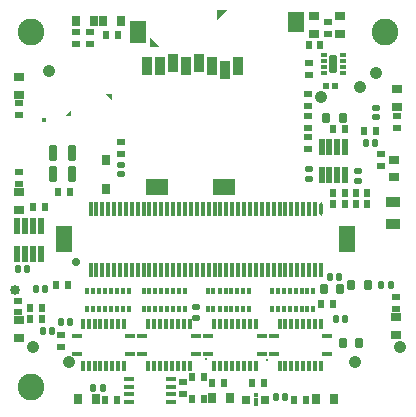
<source format=gbs>
G04 Layer_Color=16711935*
%FSLAX42Y42*%
%MOMM*%
G71*
G01*
G75*
G04:AMPARAMS|DCode=23|XSize=0.61mm|YSize=0.91mm|CornerRadius=0.15mm|HoleSize=0mm|Usage=FLASHONLY|Rotation=180.000|XOffset=0mm|YOffset=0mm|HoleType=Round|Shape=RoundedRectangle|*
%AMROUNDEDRECTD23*
21,1,0.61,0.61,0,0,180.0*
21,1,0.30,0.91,0,0,180.0*
1,1,0.30,-0.15,0.30*
1,1,0.30,0.15,0.30*
1,1,0.30,0.15,-0.30*
1,1,0.30,-0.15,-0.30*
%
%ADD23ROUNDEDRECTD23*%
G04:AMPARAMS|DCode=25|XSize=0.51mm|YSize=0.61mm|CornerRadius=0.13mm|HoleSize=0mm|Usage=FLASHONLY|Rotation=90.000|XOffset=0mm|YOffset=0mm|HoleType=Round|Shape=RoundedRectangle|*
%AMROUNDEDRECTD25*
21,1,0.51,0.36,0,0,90.0*
21,1,0.25,0.61,0,0,90.0*
1,1,0.25,0.18,0.13*
1,1,0.25,0.18,-0.13*
1,1,0.25,-0.18,-0.13*
1,1,0.25,-0.18,0.13*
%
%ADD25ROUNDEDRECTD25*%
G04:AMPARAMS|DCode=26|XSize=0.51mm|YSize=0.61mm|CornerRadius=0.13mm|HoleSize=0mm|Usage=FLASHONLY|Rotation=0.000|XOffset=0mm|YOffset=0mm|HoleType=Round|Shape=RoundedRectangle|*
%AMROUNDEDRECTD26*
21,1,0.51,0.36,0,0,0.0*
21,1,0.25,0.61,0,0,0.0*
1,1,0.25,0.13,-0.18*
1,1,0.25,-0.13,-0.18*
1,1,0.25,-0.13,0.18*
1,1,0.25,0.13,0.18*
%
%ADD26ROUNDEDRECTD26*%
G04:AMPARAMS|DCode=38|XSize=0.71mm|YSize=1.32mm|CornerRadius=0.18mm|HoleSize=0mm|Usage=FLASHONLY|Rotation=0.000|XOffset=0mm|YOffset=0mm|HoleType=Round|Shape=RoundedRectangle|*
%AMROUNDEDRECTD38*
21,1,0.71,0.97,0,0,0.0*
21,1,0.36,1.32,0,0,0.0*
1,1,0.36,0.18,-0.48*
1,1,0.36,-0.18,-0.48*
1,1,0.36,-0.18,0.48*
1,1,0.36,0.18,0.48*
%
%ADD38ROUNDEDRECTD38*%
%ADD65R,0.46X0.46*%
%ADD106R,0.56X0.66*%
%ADD107R,0.66X0.56*%
%ADD112R,0.66X0.66*%
%ADD114R,0.46X0.46*%
%ADD124R,0.43X0.56*%
%ADD125R,0.30X0.56*%
%ADD134R,0.56X0.36*%
G04:AMPARAMS|DCode=135|XSize=0.56mm|YSize=0.36mm|CornerRadius=0.09mm|HoleSize=0mm|Usage=FLASHONLY|Rotation=0.000|XOffset=0mm|YOffset=0mm|HoleType=Round|Shape=RoundedRectangle|*
%AMROUNDEDRECTD135*
21,1,0.56,0.18,0,0,0.0*
21,1,0.39,0.36,0,0,0.0*
1,1,0.17,0.19,-0.09*
1,1,0.17,-0.19,-0.09*
1,1,0.17,-0.19,0.09*
1,1,0.17,0.19,0.09*
%
%ADD135ROUNDEDRECTD135*%
G04:AMPARAMS|DCode=136|XSize=0.76mm|YSize=1.47mm|CornerRadius=0.17mm|HoleSize=0mm|Usage=FLASHONLY|Rotation=0.000|XOffset=0mm|YOffset=0mm|HoleType=Round|Shape=RoundedRectangle|*
%AMROUNDEDRECTD136*
21,1,0.76,1.14,0,0,0.0*
21,1,0.43,1.47,0,0,0.0*
1,1,0.34,0.21,-0.57*
1,1,0.34,-0.21,-0.57*
1,1,0.34,-0.21,0.57*
1,1,0.34,0.21,0.57*
%
%ADD136ROUNDEDRECTD136*%
%ADD155R,0.51X0.51*%
%ADD156C,0.71*%
%ADD157C,2.26*%
%ADD159C,0.25*%
G04:AMPARAMS|DCode=160|XSize=1.07mm|YSize=1.07mm|CornerRadius=0.53mm|HoleSize=0mm|Usage=FLASHONLY|Rotation=180.000|XOffset=0mm|YOffset=0mm|HoleType=Round|Shape=RoundedRectangle|*
%AMROUNDEDRECTD160*
21,1,1.07,0.00,0,0,180.0*
21,1,0.00,1.07,0,0,180.0*
1,1,1.07,0.00,0.00*
1,1,1.07,0.00,0.00*
1,1,1.07,0.00,0.00*
1,1,1.07,0.00,0.00*
%
%ADD160ROUNDEDRECTD160*%
G04:AMPARAMS|DCode=161|XSize=0.85mm|YSize=0.85mm|CornerRadius=0.43mm|HoleSize=0mm|Usage=FLASHONLY|Rotation=180.000|XOffset=0mm|YOffset=0mm|HoleType=Round|Shape=RoundedRectangle|*
%AMROUNDEDRECTD161*
21,1,0.85,0.00,0,0,180.0*
21,1,0.00,0.85,0,0,180.0*
1,1,0.85,0.00,0.00*
1,1,0.85,0.00,0.00*
1,1,0.85,0.00,0.00*
1,1,0.85,0.00,0.00*
%
%ADD161ROUNDEDRECTD161*%
G04:AMPARAMS|DCode=162|XSize=1.07mm|YSize=1.07mm|CornerRadius=0.53mm|HoleSize=0mm|Usage=FLASHONLY|Rotation=90.000|XOffset=0mm|YOffset=0mm|HoleType=Round|Shape=RoundedRectangle|*
%AMROUNDEDRECTD162*
21,1,1.07,0.00,0,0,90.0*
21,1,0.00,1.07,0,0,90.0*
1,1,1.07,0.00,0.00*
1,1,1.07,0.00,0.00*
1,1,1.07,0.00,0.00*
1,1,1.07,0.00,0.00*
%
%ADD162ROUNDEDRECTD162*%
%ADD163R,0.91X0.36*%
%ADD164R,0.36X0.91*%
%ADD165R,1.47X1.96*%
%ADD166R,1.85X1.47*%
%ADD167R,1.47X1.66*%
%ADD168R,0.86X1.57*%
%ADD169R,0.91X0.41*%
%ADD170R,0.66X0.97*%
%ADD171R,0.97X0.66*%
%ADD172R,1.27X0.86*%
%ADD173R,0.30X1.17*%
%ADD174R,1.47X2.16*%
G04:AMPARAMS|DCode=175|XSize=0.3mm|YSize=1.17mm|CornerRadius=0.15mm|HoleSize=0mm|Usage=FLASHONLY|Rotation=180.000|XOffset=0mm|YOffset=0mm|HoleType=Round|Shape=RoundedRectangle|*
%AMROUNDEDRECTD175*
21,1,0.30,0.86,0,0,180.0*
21,1,0.00,1.17,0,0,180.0*
1,1,0.30,0.00,0.43*
1,1,0.30,0.00,0.43*
1,1,0.30,0.00,-0.43*
1,1,0.30,0.00,-0.43*
%
%ADD175ROUNDEDRECTD175*%
%ADD176R,0.48X1.37*%
%ADD177R,0.66X0.86*%
G36*
X3481Y5451D02*
X3431Y5501D01*
X3481D01*
Y5451D01*
D02*
G37*
G36*
X3135Y5311D02*
X3085D01*
X3135Y5362D01*
Y5311D01*
D02*
G37*
G36*
X4369Y6129D02*
Y6212D01*
X4451D01*
X4369Y6129D01*
D02*
G37*
G36*
X3882Y5899D02*
X3799D01*
Y5982D01*
X3882Y5899D01*
D02*
G37*
D23*
X5645Y3884D02*
D03*
X5505D02*
D03*
X5412Y3853D02*
D03*
X5272D02*
D03*
X5574Y3396D02*
D03*
X5434D02*
D03*
X5432Y5296D02*
D03*
X5292D02*
D03*
D25*
X5565Y4768D02*
D03*
Y4848D02*
D03*
X5718Y5384D02*
D03*
Y5304D02*
D03*
X4194Y3600D02*
D03*
Y3700D02*
D03*
X5144Y4863D02*
D03*
Y4783D02*
D03*
X3553Y4822D02*
D03*
Y4902D02*
D03*
D26*
X5707Y5083D02*
D03*
X5627D02*
D03*
X5839Y3884D02*
D03*
X5759D02*
D03*
X5402Y3955D02*
D03*
X5322D02*
D03*
X2680Y4016D02*
D03*
X2760D02*
D03*
X3400Y3010D02*
D03*
X3320D02*
D03*
X3046Y3569D02*
D03*
X3126D02*
D03*
X2971Y3498D02*
D03*
X2891D02*
D03*
X5373Y3599D02*
D03*
X5453D02*
D03*
X2913Y3853D02*
D03*
X2833D02*
D03*
X4865Y2939D02*
D03*
X4945D02*
D03*
D38*
X2983Y5004D02*
D03*
X3143Y5004D02*
D03*
X2983Y4821D02*
D03*
X3143Y4821D02*
D03*
D65*
X4696Y2954D02*
D03*
Y2873D02*
D03*
Y2913D02*
D03*
D03*
D106*
X3533Y5997D02*
D03*
X3432D02*
D03*
X5616Y5184D02*
D03*
X5717D02*
D03*
X3523Y2908D02*
D03*
X3422D02*
D03*
X4155Y2916D02*
D03*
X4256D02*
D03*
X5022Y2908D02*
D03*
X5122D02*
D03*
X5349Y4661D02*
D03*
X5450D02*
D03*
X5349Y4572D02*
D03*
X5450D02*
D03*
X5641D02*
D03*
X5541D02*
D03*
X5641Y4661D02*
D03*
X5541D02*
D03*
X2812Y4544D02*
D03*
X2913D02*
D03*
X5352Y5204D02*
D03*
X5453D02*
D03*
X4666Y3056D02*
D03*
X4767D02*
D03*
X2781Y3691D02*
D03*
X2882D02*
D03*
X5143Y5916D02*
D03*
X5244D02*
D03*
X4156Y3101D02*
D03*
X4257D02*
D03*
X2883Y3599D02*
D03*
X2782D02*
D03*
X4326Y3053D02*
D03*
X4426D02*
D03*
X3122Y4671D02*
D03*
X3021D02*
D03*
X3106Y3884D02*
D03*
X3006D02*
D03*
X5352Y3721D02*
D03*
X5251D02*
D03*
D107*
X3051Y3356D02*
D03*
X3051Y3457D02*
D03*
X5311Y6109D02*
D03*
Y6008D02*
D03*
X2690Y5326D02*
D03*
Y5427D02*
D03*
Y4839D02*
D03*
Y4738D02*
D03*
X2680Y3752D02*
D03*
Y3651D02*
D03*
X5880Y3782D02*
D03*
Y3681D02*
D03*
X5753Y4991D02*
D03*
Y4890D02*
D03*
X5890Y5215D02*
D03*
Y5315D02*
D03*
X3178Y6027D02*
D03*
Y5927D02*
D03*
X4084Y2960D02*
D03*
Y3061D02*
D03*
X3289Y6027D02*
D03*
Y5927D02*
D03*
X5138Y5499D02*
D03*
Y5398D02*
D03*
Y5133D02*
D03*
Y5033D02*
D03*
Y5316D02*
D03*
Y5215D02*
D03*
X5149Y5763D02*
D03*
Y5662D02*
D03*
X3553Y5095D02*
D03*
Y4994D02*
D03*
D112*
X4615Y2913D02*
D03*
X4776D02*
D03*
D114*
X2903Y5283D02*
D03*
D124*
X5184Y3833D02*
D03*
X4834D02*
D03*
Y3682D02*
D03*
X5184D02*
D03*
X4640Y3833D02*
D03*
X4290D02*
D03*
Y3682D02*
D03*
X4640D02*
D03*
X3619Y3835D02*
D03*
X3269D02*
D03*
Y3684D02*
D03*
X3619D02*
D03*
X4097Y3835D02*
D03*
X3747D02*
D03*
Y3684D02*
D03*
X4097D02*
D03*
D125*
X5134Y3833D02*
D03*
X5084D02*
D03*
X5034D02*
D03*
X4983D02*
D03*
X4933D02*
D03*
X4882D02*
D03*
Y3682D02*
D03*
X4933D02*
D03*
X4983D02*
D03*
X5034D02*
D03*
X5084D02*
D03*
X5134D02*
D03*
X4590Y3833D02*
D03*
X4540D02*
D03*
X4490D02*
D03*
X4440D02*
D03*
X4389D02*
D03*
X4338D02*
D03*
Y3682D02*
D03*
X4389D02*
D03*
X4440D02*
D03*
X4490D02*
D03*
X4540D02*
D03*
X4590D02*
D03*
X3569Y3835D02*
D03*
X3519D02*
D03*
X3469D02*
D03*
X3419D02*
D03*
X3368D02*
D03*
X3317D02*
D03*
Y3684D02*
D03*
X3368D02*
D03*
X3419D02*
D03*
X3469D02*
D03*
X3519D02*
D03*
X3569D02*
D03*
X4047Y3835D02*
D03*
X3997D02*
D03*
X3947D02*
D03*
X3896D02*
D03*
X3846D02*
D03*
X3795D02*
D03*
Y3684D02*
D03*
X3846D02*
D03*
X3896D02*
D03*
X3947D02*
D03*
X3997D02*
D03*
X4047D02*
D03*
D134*
X5272Y5677D02*
D03*
D135*
X5433D02*
D03*
Y5728D02*
D03*
Y5778D02*
D03*
Y5828D02*
D03*
X5272D02*
D03*
Y5778D02*
D03*
Y5728D02*
D03*
D136*
X5352Y5753D02*
D03*
D155*
X5291Y5570D02*
D03*
X5371D02*
D03*
D156*
X3170Y4080D02*
D03*
D157*
X5791Y6022D02*
D03*
X2791D02*
D03*
Y3023D02*
D03*
D159*
X4275Y3256D02*
D03*
X4793Y3251D02*
D03*
D160*
X3114Y3231D02*
D03*
X2807Y3355D02*
D03*
X5578Y5563D02*
D03*
X5248Y5474D02*
D03*
X2944Y5697D02*
D03*
D161*
X2657Y3843D02*
D03*
D162*
X5718Y5677D02*
D03*
X5916Y3355D02*
D03*
X5535Y3233D02*
D03*
D163*
X3632Y3301D02*
D03*
Y3452D02*
D03*
X3181D02*
D03*
Y3301D02*
D03*
X4186D02*
D03*
Y3452D02*
D03*
X3735D02*
D03*
Y3301D02*
D03*
X5298D02*
D03*
Y3452D02*
D03*
X4847D02*
D03*
Y3301D02*
D03*
X4745D02*
D03*
Y3452D02*
D03*
X4294D02*
D03*
Y3301D02*
D03*
D164*
X3581Y3551D02*
D03*
X3533D02*
D03*
X3482D02*
D03*
X3432D02*
D03*
X3381D02*
D03*
X3331D02*
D03*
X3281D02*
D03*
X3231D02*
D03*
Y3201D02*
D03*
X3281D02*
D03*
X3331D02*
D03*
X3381D02*
D03*
X3432D02*
D03*
X3482D02*
D03*
X3533D02*
D03*
X3581D02*
D03*
X4135Y3551D02*
D03*
X4087D02*
D03*
X4036D02*
D03*
X3985D02*
D03*
X3935D02*
D03*
X3885D02*
D03*
X3835D02*
D03*
X3785D02*
D03*
Y3201D02*
D03*
X3835D02*
D03*
X3885D02*
D03*
X3935D02*
D03*
X3985D02*
D03*
X4036D02*
D03*
X4087D02*
D03*
X4135D02*
D03*
X5248Y3551D02*
D03*
X5199D02*
D03*
X5149D02*
D03*
X5098D02*
D03*
X5047D02*
D03*
X4997D02*
D03*
X4947D02*
D03*
X4897D02*
D03*
Y3201D02*
D03*
X4947D02*
D03*
X4997D02*
D03*
X5047D02*
D03*
X5098D02*
D03*
X5149D02*
D03*
X5199D02*
D03*
X5248D02*
D03*
X4694Y3551D02*
D03*
X4646D02*
D03*
X4595D02*
D03*
X4544D02*
D03*
X4494D02*
D03*
X4444D02*
D03*
X4394D02*
D03*
X4344D02*
D03*
Y3201D02*
D03*
X4394D02*
D03*
X4444D02*
D03*
X4494D02*
D03*
X4544D02*
D03*
X4595D02*
D03*
X4646D02*
D03*
X4694D02*
D03*
D165*
X3696Y6025D02*
D03*
D166*
X3856Y4709D02*
D03*
X4426D02*
D03*
D167*
X5036Y6114D02*
D03*
D168*
X3774Y5740D02*
D03*
X3884D02*
D03*
X3993Y5761D02*
D03*
X4105Y5740D02*
D03*
X4214Y5761D02*
D03*
X4323Y5740D02*
D03*
X4435Y5700D02*
D03*
X4545Y5740D02*
D03*
D169*
X3619Y3022D02*
D03*
X3975D02*
D03*
X3619Y2957D02*
D03*
Y2891D02*
D03*
X3975Y2957D02*
D03*
Y2891D02*
D03*
Y3087D02*
D03*
X3619D02*
D03*
D170*
X3406Y6119D02*
D03*
X3557D02*
D03*
X3345Y2918D02*
D03*
X3194D02*
D03*
X4328Y2929D02*
D03*
X4479D02*
D03*
X5207Y2918D02*
D03*
X5358D02*
D03*
X3174Y6119D02*
D03*
X3325D02*
D03*
D171*
X5413Y6007D02*
D03*
Y6158D02*
D03*
X2690Y5494D02*
D03*
Y5645D02*
D03*
Y4671D02*
D03*
Y4520D02*
D03*
X2692Y3584D02*
D03*
Y3433D02*
D03*
X5880Y3614D02*
D03*
Y3463D02*
D03*
X5870Y4945D02*
D03*
Y4794D02*
D03*
X5890Y5392D02*
D03*
Y5544D02*
D03*
X5189Y6011D02*
D03*
Y6162D02*
D03*
D172*
X5860Y4585D02*
D03*
Y4403D02*
D03*
D173*
X3297Y4010D02*
D03*
Y4531D02*
D03*
X3345Y4010D02*
D03*
Y4531D02*
D03*
X3396Y4010D02*
D03*
Y4531D02*
D03*
X3447Y4010D02*
D03*
Y4531D02*
D03*
X3495Y4010D02*
D03*
Y4531D02*
D03*
X3546Y4010D02*
D03*
Y4531D02*
D03*
X3597Y4010D02*
D03*
Y4531D02*
D03*
X3645Y4010D02*
D03*
Y4531D02*
D03*
X3696Y4010D02*
D03*
Y4531D02*
D03*
X3747Y4010D02*
D03*
Y4531D02*
D03*
X3795D02*
D03*
X3846D02*
D03*
X3896D02*
D03*
X3947D02*
D03*
X3995D02*
D03*
X4046D02*
D03*
X4097D02*
D03*
X4145D02*
D03*
X4196D02*
D03*
X4247D02*
D03*
X4297D02*
D03*
X4347D02*
D03*
X4397D02*
D03*
X4447D02*
D03*
X4497D02*
D03*
X4547D02*
D03*
X4597D02*
D03*
X4647D02*
D03*
X4697D02*
D03*
X4747D02*
D03*
X4797D02*
D03*
X4847D02*
D03*
X4897D02*
D03*
X4947D02*
D03*
X4997D02*
D03*
X5047D02*
D03*
X5097D02*
D03*
X5147D02*
D03*
X5197D02*
D03*
X3795Y4010D02*
D03*
X3846D02*
D03*
X3896D02*
D03*
X3947D02*
D03*
X3995D02*
D03*
X4046D02*
D03*
X4097D02*
D03*
X4145D02*
D03*
X4196D02*
D03*
X4247D02*
D03*
X4297D02*
D03*
X4347D02*
D03*
X4397D02*
D03*
X4447D02*
D03*
X4497D02*
D03*
X4547D02*
D03*
X4597D02*
D03*
X4647D02*
D03*
X4697D02*
D03*
X4747D02*
D03*
X4797D02*
D03*
X4847D02*
D03*
X4897D02*
D03*
X4947D02*
D03*
X4997D02*
D03*
X5047D02*
D03*
X5097D02*
D03*
X5147D02*
D03*
X5197D02*
D03*
X5247D02*
D03*
D174*
X3071Y4270D02*
D03*
X5472D02*
D03*
D175*
X5247Y4531D02*
D03*
D176*
X2874Y4384D02*
D03*
X2809D02*
D03*
X2743D02*
D03*
X2677D02*
D03*
Y4147D02*
D03*
X2743D02*
D03*
X2809D02*
D03*
X2874D02*
D03*
X5449Y5050D02*
D03*
X5384D02*
D03*
X5319D02*
D03*
X5253D02*
D03*
Y4813D02*
D03*
X5319D02*
D03*
X5384D02*
D03*
X5449D02*
D03*
D177*
X3424Y4694D02*
D03*
Y4946D02*
D03*
M02*

</source>
